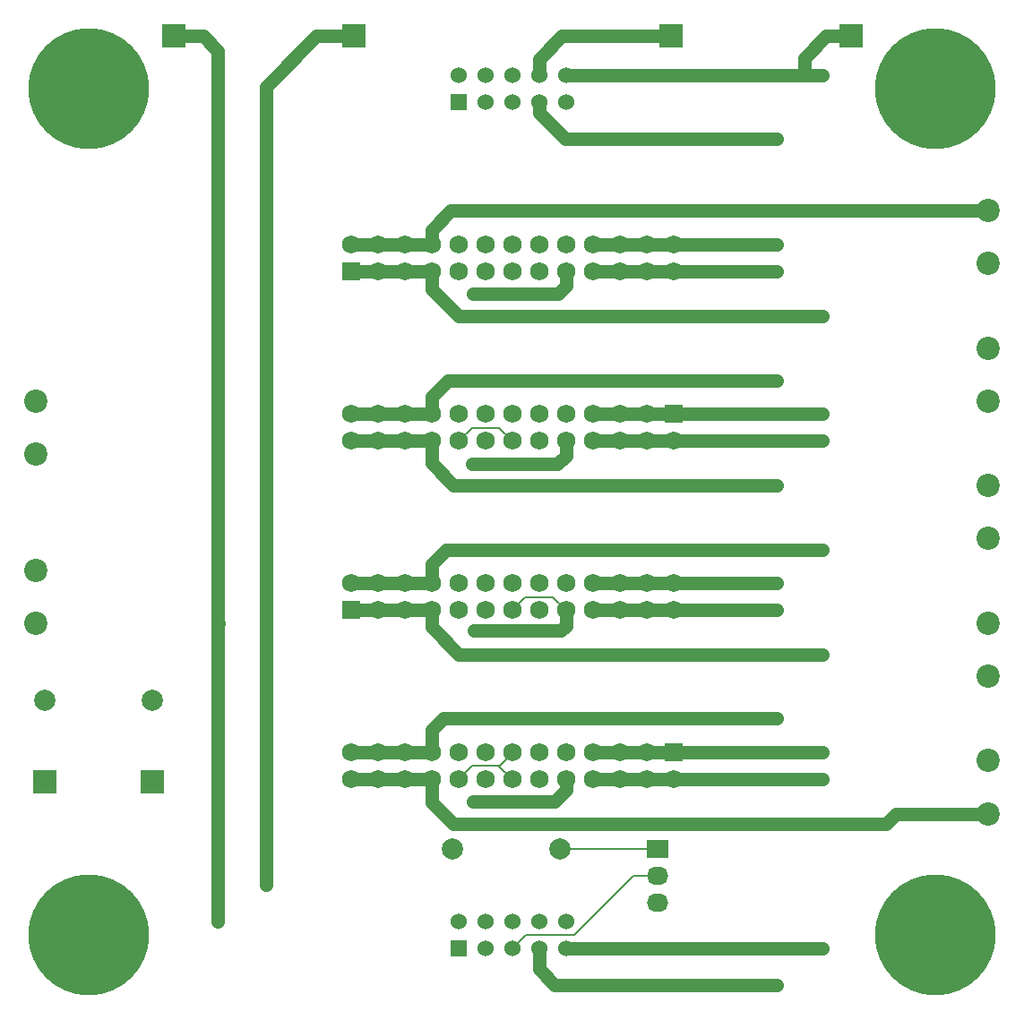
<source format=gbl>
%FSLAX34Y34*%
G04 Gerber Fmt 3.4, Leading zero omitted, Abs format*
G04 (created by PCBNEW (2014-02-21 BZR 4712)-product) date Tue 25 Feb 2014 10:03:02 PM PST*
%MOIN*%
G01*
G70*
G90*
G04 APERTURE LIST*
%ADD10C,0.005906*%
%ADD11R,0.080000X0.068000*%
%ADD12O,0.080000X0.068000*%
%ADD13C,0.086614*%
%ADD14R,0.060000X0.060000*%
%ADD15C,0.060000*%
%ADD16R,0.088000X0.088000*%
%ADD17C,0.450000*%
%ADD18R,0.068000X0.068000*%
%ADD19C,0.068000*%
%ADD20C,0.078700*%
%ADD21C,0.035000*%
%ADD22C,0.050000*%
%ADD23C,0.008000*%
G04 APERTURE END LIST*
G54D10*
G54D11*
X44775Y-51905D03*
G54D12*
X44775Y-52905D03*
X44775Y-53905D03*
G54D13*
X21653Y-41535D03*
X21653Y-43503D03*
X21653Y-35236D03*
X21653Y-37204D03*
X57086Y-30118D03*
X57086Y-28149D03*
X57086Y-35236D03*
X57086Y-33267D03*
X57086Y-40354D03*
X57086Y-38385D03*
X57086Y-45472D03*
X57086Y-43503D03*
X57086Y-50590D03*
X57086Y-48622D03*
G54D14*
X37370Y-24122D03*
G54D15*
X37370Y-23122D03*
X38370Y-24122D03*
X38370Y-23122D03*
X39370Y-24122D03*
X39370Y-23122D03*
X40370Y-24122D03*
X40370Y-23122D03*
X41370Y-24122D03*
X41370Y-23122D03*
G54D14*
X37370Y-55618D03*
G54D15*
X37370Y-54618D03*
X38370Y-55618D03*
X38370Y-54618D03*
X39370Y-55618D03*
X39370Y-54618D03*
X40370Y-55618D03*
X40370Y-54618D03*
X41370Y-55618D03*
X41370Y-54618D03*
G54D16*
X26771Y-21653D03*
X51968Y-21653D03*
X45275Y-21653D03*
X33464Y-21653D03*
G54D17*
X23622Y-23622D03*
X55118Y-23622D03*
X23622Y-55118D03*
X55118Y-55118D03*
G54D18*
X45370Y-48318D03*
G54D19*
X44370Y-48318D03*
X43370Y-48318D03*
X42370Y-48318D03*
X41370Y-48318D03*
X40370Y-48318D03*
X39370Y-48318D03*
X38370Y-48318D03*
X37370Y-48318D03*
X36370Y-48318D03*
X35370Y-48318D03*
X34370Y-48318D03*
X33370Y-48318D03*
X33370Y-49318D03*
X34370Y-49318D03*
X35370Y-49318D03*
X36370Y-49318D03*
X37370Y-49318D03*
X38370Y-49318D03*
X39370Y-49318D03*
X40370Y-49318D03*
X41370Y-49318D03*
X42370Y-49318D03*
X43370Y-49318D03*
X44370Y-49318D03*
X45370Y-49318D03*
G54D18*
X33370Y-43019D03*
G54D19*
X34370Y-43019D03*
X35370Y-43019D03*
X36370Y-43019D03*
X37370Y-43019D03*
X38370Y-43019D03*
X39370Y-43019D03*
X40370Y-43019D03*
X41370Y-43019D03*
X42370Y-43019D03*
X43370Y-43019D03*
X44370Y-43019D03*
X45370Y-43019D03*
X45370Y-42019D03*
X44370Y-42019D03*
X43370Y-42019D03*
X42370Y-42019D03*
X41370Y-42019D03*
X40370Y-42019D03*
X39370Y-42019D03*
X38370Y-42019D03*
X37370Y-42019D03*
X36370Y-42019D03*
X35370Y-42019D03*
X34370Y-42019D03*
X33370Y-42019D03*
G54D18*
X45370Y-35720D03*
G54D19*
X44370Y-35720D03*
X43370Y-35720D03*
X42370Y-35720D03*
X41370Y-35720D03*
X40370Y-35720D03*
X39370Y-35720D03*
X38370Y-35720D03*
X37370Y-35720D03*
X36370Y-35720D03*
X35370Y-35720D03*
X34370Y-35720D03*
X33370Y-35720D03*
X33370Y-36720D03*
X34370Y-36720D03*
X35370Y-36720D03*
X36370Y-36720D03*
X37370Y-36720D03*
X38370Y-36720D03*
X39370Y-36720D03*
X40370Y-36720D03*
X41370Y-36720D03*
X42370Y-36720D03*
X43370Y-36720D03*
X44370Y-36720D03*
X45370Y-36720D03*
G54D18*
X33370Y-30421D03*
G54D19*
X34370Y-30421D03*
X35370Y-30421D03*
X36370Y-30421D03*
X37370Y-30421D03*
X38370Y-30421D03*
X39370Y-30421D03*
X40370Y-30421D03*
X41370Y-30421D03*
X42370Y-30421D03*
X43370Y-30421D03*
X44370Y-30421D03*
X45370Y-30421D03*
X45370Y-29421D03*
X44370Y-29421D03*
X43370Y-29421D03*
X42370Y-29421D03*
X41370Y-29421D03*
X40370Y-29421D03*
X39370Y-29421D03*
X38370Y-29421D03*
X37370Y-29421D03*
X36370Y-29421D03*
X35370Y-29421D03*
X34370Y-29421D03*
X33370Y-29421D03*
G54D16*
X21988Y-49421D03*
X25988Y-49421D03*
G54D20*
X25992Y-46377D03*
X21992Y-46377D03*
X41134Y-51913D03*
X37134Y-51913D03*
G54D21*
X37948Y-43783D03*
X30208Y-31251D03*
X37905Y-31251D03*
X30208Y-43783D03*
X30220Y-47027D03*
X30208Y-53244D03*
X30208Y-25598D03*
X30208Y-34460D03*
X28425Y-37570D03*
X37874Y-37574D03*
X28425Y-54618D03*
X28425Y-28114D03*
X28425Y-23122D03*
X28425Y-40755D03*
X28433Y-43503D03*
X28425Y-50129D03*
X37921Y-50129D03*
X49216Y-50972D03*
X49216Y-47055D03*
X49216Y-43019D03*
X49216Y-42019D03*
X49216Y-38374D03*
X49212Y-34456D03*
X49216Y-30421D03*
X49216Y-29421D03*
X49216Y-56968D03*
X49216Y-25468D03*
X48551Y-50972D03*
X48551Y-38374D03*
X48551Y-56968D03*
X48551Y-25460D03*
X48551Y-34456D03*
X48551Y-47055D03*
X48547Y-29421D03*
X48551Y-30421D03*
X48551Y-43019D03*
X48551Y-42019D03*
X50917Y-49318D03*
X50917Y-48318D03*
X50917Y-44669D03*
X50917Y-40771D03*
X50917Y-36720D03*
X50917Y-35720D03*
X50917Y-32070D03*
X50917Y-28145D03*
X50913Y-23122D03*
X50917Y-55618D03*
X50251Y-44669D03*
X50251Y-32070D03*
X50248Y-55618D03*
X50248Y-23122D03*
X50251Y-40771D03*
X50251Y-28145D03*
X50248Y-49318D03*
X50251Y-48318D03*
X50248Y-36720D03*
X50251Y-35720D03*
G54D22*
X41370Y-30948D02*
X41370Y-30421D01*
X41370Y-43590D02*
X41177Y-43783D01*
X41177Y-43783D02*
X37948Y-43783D01*
X41370Y-43590D02*
X41370Y-43019D01*
G54D23*
X38879Y-48828D02*
X39370Y-48338D01*
X39370Y-48338D02*
X39370Y-48318D01*
X37370Y-49318D02*
X37870Y-48818D01*
X38870Y-48818D02*
X38879Y-48828D01*
X38879Y-48828D02*
X39370Y-49318D01*
X37870Y-48818D02*
X38870Y-48818D01*
X39370Y-43019D02*
X39858Y-42531D01*
X39858Y-42531D02*
X40881Y-42531D01*
X40881Y-42531D02*
X41370Y-43019D01*
X37370Y-36720D02*
X37866Y-36224D01*
X38874Y-36224D02*
X39370Y-36720D01*
X37866Y-36224D02*
X38874Y-36224D01*
G54D22*
X32094Y-21653D02*
X33464Y-21653D01*
X30208Y-31251D02*
X30208Y-25598D01*
X30208Y-34460D02*
X30208Y-31251D01*
X41066Y-31251D02*
X37905Y-31251D01*
X41370Y-30948D02*
X41066Y-31251D01*
X30208Y-43783D02*
X30208Y-34460D01*
X30220Y-47027D02*
X30220Y-43795D01*
X30220Y-43795D02*
X30208Y-43783D01*
X30208Y-53244D02*
X30208Y-47039D01*
X30208Y-47039D02*
X30220Y-47027D01*
X30208Y-25598D02*
X30208Y-23539D01*
X30208Y-23539D02*
X32094Y-21653D01*
X41370Y-36720D02*
X41370Y-37259D01*
X28425Y-37570D02*
X28425Y-37417D01*
X41055Y-37574D02*
X37874Y-37574D01*
X41370Y-37259D02*
X41055Y-37574D01*
X41370Y-49318D02*
X41370Y-49696D01*
X41370Y-49696D02*
X40937Y-50129D01*
X28425Y-23122D02*
X28425Y-22192D01*
X27885Y-21653D02*
X26771Y-21653D01*
X28425Y-22192D02*
X27885Y-21653D01*
X28425Y-28114D02*
X28425Y-23122D01*
X28425Y-37417D02*
X28425Y-28114D01*
X28425Y-40755D02*
X28425Y-37417D01*
X28433Y-43503D02*
X28425Y-43503D01*
X40937Y-50129D02*
X37921Y-50129D01*
X28425Y-50129D02*
X28425Y-54618D01*
X28425Y-50003D02*
X28425Y-50129D01*
X28425Y-50003D02*
X28425Y-43503D01*
X28425Y-43503D02*
X28425Y-40755D01*
X57086Y-50590D02*
X53657Y-50590D01*
X53275Y-50972D02*
X49216Y-50972D01*
X53657Y-50590D02*
X53275Y-50972D01*
X48551Y-50972D02*
X49216Y-50972D01*
X48551Y-47055D02*
X49216Y-47055D01*
X48551Y-43019D02*
X49216Y-43019D01*
X48551Y-42019D02*
X49216Y-42019D01*
X48551Y-38374D02*
X49216Y-38374D01*
X48551Y-34456D02*
X49212Y-34456D01*
X48551Y-30421D02*
X49216Y-30421D01*
X48547Y-29421D02*
X49216Y-29421D01*
X48551Y-56968D02*
X49216Y-56968D01*
X48559Y-25468D02*
X48551Y-25460D01*
X49216Y-25468D02*
X48559Y-25468D01*
X36370Y-49318D02*
X36370Y-50173D01*
X37169Y-50972D02*
X48551Y-50972D01*
X36370Y-50173D02*
X37169Y-50972D01*
X36370Y-36720D02*
X36370Y-37551D01*
X37192Y-38374D02*
X48551Y-38374D01*
X36370Y-37551D02*
X37192Y-38374D01*
X40370Y-55618D02*
X40370Y-56377D01*
X40370Y-56377D02*
X40960Y-56968D01*
X40960Y-56968D02*
X48551Y-56968D01*
X40370Y-23122D02*
X40370Y-22503D01*
X41220Y-21653D02*
X45275Y-21653D01*
X40370Y-22503D02*
X41220Y-21653D01*
X40370Y-24122D02*
X40370Y-24500D01*
X40370Y-24500D02*
X41330Y-25460D01*
X41330Y-25460D02*
X48551Y-25460D01*
X36370Y-35720D02*
X36370Y-35074D01*
X36988Y-34456D02*
X48551Y-34456D01*
X36370Y-35074D02*
X36988Y-34456D01*
X36370Y-48318D02*
X36370Y-47488D01*
X36803Y-47055D02*
X48551Y-47055D01*
X36370Y-47488D02*
X36803Y-47055D01*
X45370Y-29421D02*
X48547Y-29421D01*
X45370Y-30421D02*
X48551Y-30421D01*
X45370Y-43019D02*
X48551Y-43019D01*
X45370Y-42019D02*
X48551Y-42019D01*
X36370Y-49318D02*
X35370Y-49318D01*
X35370Y-49318D02*
X34370Y-49318D01*
X34370Y-49318D02*
X33370Y-49318D01*
X36370Y-48318D02*
X35370Y-48318D01*
X35370Y-48318D02*
X34370Y-48318D01*
X34370Y-48318D02*
X33370Y-48318D01*
X36370Y-36720D02*
X35370Y-36720D01*
X35370Y-36720D02*
X34370Y-36720D01*
X34370Y-36720D02*
X33370Y-36720D01*
X36370Y-35720D02*
X35370Y-35720D01*
X35370Y-35720D02*
X34370Y-35720D01*
X34370Y-35720D02*
X33370Y-35720D01*
X45370Y-29421D02*
X44370Y-29421D01*
X44370Y-29421D02*
X43370Y-29421D01*
X43370Y-29421D02*
X42370Y-29421D01*
X45370Y-30421D02*
X44370Y-30421D01*
X44370Y-30421D02*
X43370Y-30421D01*
X43370Y-30421D02*
X42370Y-30421D01*
X45370Y-42019D02*
X44370Y-42019D01*
X44370Y-42019D02*
X43370Y-42019D01*
X43370Y-42019D02*
X42370Y-42019D01*
X43370Y-43019D02*
X42370Y-43019D01*
X44370Y-43019D02*
X43370Y-43019D01*
X45370Y-43019D02*
X44370Y-43019D01*
X50248Y-49318D02*
X50917Y-49318D01*
X50251Y-48318D02*
X50917Y-48318D01*
X50251Y-44669D02*
X50917Y-44669D01*
X50251Y-40771D02*
X50917Y-40771D01*
X50248Y-36720D02*
X50917Y-36720D01*
X50251Y-35720D02*
X50917Y-35720D01*
X50251Y-32070D02*
X50917Y-32070D01*
X50917Y-28145D02*
X57082Y-28145D01*
X57082Y-28145D02*
X57086Y-28149D01*
X50251Y-28145D02*
X50917Y-28145D01*
X50248Y-23122D02*
X50913Y-23122D01*
X50248Y-55618D02*
X50917Y-55618D01*
X36370Y-43019D02*
X36370Y-43645D01*
X37393Y-44669D02*
X50251Y-44669D01*
X36370Y-43645D02*
X37393Y-44669D01*
X36370Y-30421D02*
X36370Y-31070D01*
X37370Y-32070D02*
X50251Y-32070D01*
X36370Y-31070D02*
X37370Y-32070D01*
X41370Y-55618D02*
X50248Y-55618D01*
X50248Y-23122D02*
X50248Y-22460D01*
X50248Y-22460D02*
X51055Y-21653D01*
X51055Y-21653D02*
X51968Y-21653D01*
X41370Y-23122D02*
X50248Y-23122D01*
X36370Y-42019D02*
X36370Y-41299D01*
X36897Y-40771D02*
X50251Y-40771D01*
X36370Y-41299D02*
X36897Y-40771D01*
X36370Y-29421D02*
X36370Y-28870D01*
X37094Y-28145D02*
X50251Y-28145D01*
X36370Y-28870D02*
X37094Y-28145D01*
X45370Y-49318D02*
X50248Y-49318D01*
X45370Y-48318D02*
X50251Y-48318D01*
X45370Y-36720D02*
X50248Y-36720D01*
X45370Y-35720D02*
X50251Y-35720D01*
X36370Y-43019D02*
X35370Y-43019D01*
X35370Y-43019D02*
X34370Y-43019D01*
X34370Y-43019D02*
X33370Y-43019D01*
X36370Y-42019D02*
X35370Y-42019D01*
X35370Y-42019D02*
X34370Y-42019D01*
X34370Y-42019D02*
X33370Y-42019D01*
X36370Y-30421D02*
X35370Y-30421D01*
X35370Y-30421D02*
X34370Y-30421D01*
X34370Y-30421D02*
X33370Y-30421D01*
X36370Y-29421D02*
X35370Y-29421D01*
X35370Y-29421D02*
X34370Y-29421D01*
X34370Y-29421D02*
X33370Y-29421D01*
X45370Y-35720D02*
X44370Y-35720D01*
X44370Y-35720D02*
X43370Y-35720D01*
X43370Y-35720D02*
X42370Y-35720D01*
X45370Y-36720D02*
X44370Y-36720D01*
X44370Y-36720D02*
X43370Y-36720D01*
X43370Y-36720D02*
X42370Y-36720D01*
X43370Y-49318D02*
X42370Y-49318D01*
X44370Y-49318D02*
X43370Y-49318D01*
X45370Y-49318D02*
X44370Y-49318D01*
X43370Y-48318D02*
X42370Y-48318D01*
X44370Y-48318D02*
X43370Y-48318D01*
X45370Y-48318D02*
X44370Y-48318D01*
G54D23*
X41134Y-51913D02*
X44767Y-51913D01*
X44767Y-51913D02*
X44775Y-51905D01*
X39370Y-55618D02*
X39874Y-55114D01*
X43889Y-52905D02*
X44775Y-52905D01*
X41681Y-55114D02*
X43889Y-52905D01*
X39874Y-55114D02*
X41681Y-55114D01*
M02*

</source>
